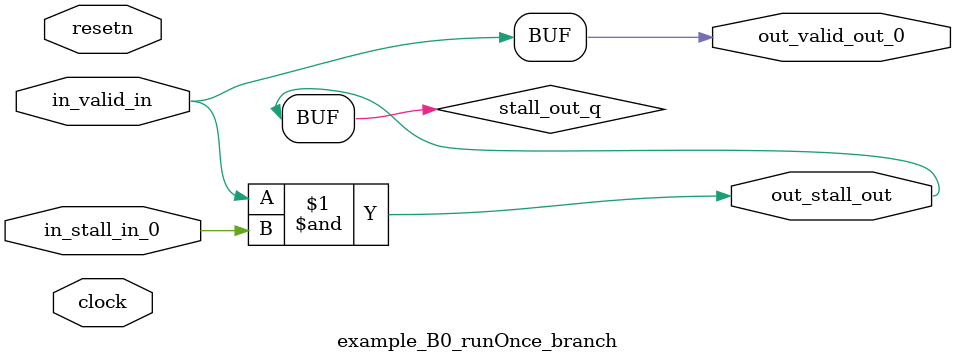
<source format=sv>



(* altera_attribute = "-name AUTO_SHIFT_REGISTER_RECOGNITION OFF; -name MESSAGE_DISABLE 10036; -name MESSAGE_DISABLE 10037; -name MESSAGE_DISABLE 14130; -name MESSAGE_DISABLE 14320; -name MESSAGE_DISABLE 15400; -name MESSAGE_DISABLE 14130; -name MESSAGE_DISABLE 10036; -name MESSAGE_DISABLE 12020; -name MESSAGE_DISABLE 12030; -name MESSAGE_DISABLE 12010; -name MESSAGE_DISABLE 12110; -name MESSAGE_DISABLE 14320; -name MESSAGE_DISABLE 13410; -name MESSAGE_DISABLE 113007; -name MESSAGE_DISABLE 10958" *)
module example_B0_runOnce_branch (
    input wire [0:0] in_stall_in_0,
    input wire [0:0] in_valid_in,
    output wire [0:0] out_stall_out,
    output wire [0:0] out_valid_out_0,
    input wire clock,
    input wire resetn
    );

    wire [0:0] stall_out_q;


    // stall_out(LOGICAL,6)
    assign stall_out_q = in_valid_in & in_stall_in_0;

    // out_stall_out(GPOUT,4)
    assign out_stall_out = stall_out_q;

    // out_valid_out_0(GPOUT,5)
    assign out_valid_out_0 = in_valid_in;

endmodule

</source>
